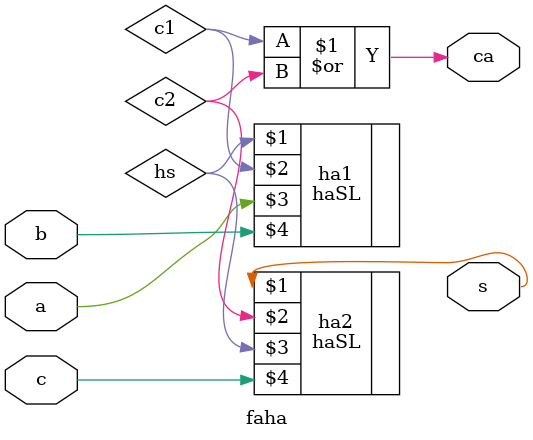
<source format=v>
module faha(s, ca, a, b, c);
output s, ca;
input a,b, c;
wire hs, c1, c2;
haSL ha1(hs, c1, a, b);
haSL ha2(s, c2, hs, c);
or (ca, c1, c2);
endmodule

</source>
